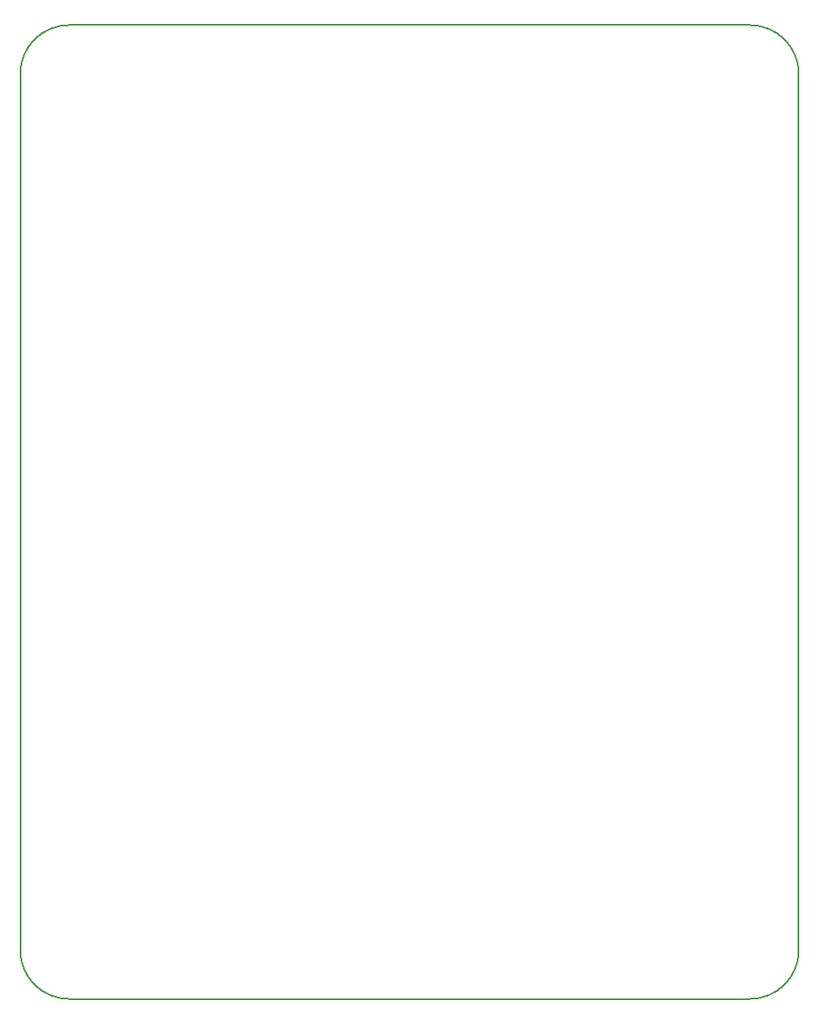
<source format=gm1>
G04 #@! TF.GenerationSoftware,KiCad,Pcbnew,5.1.7-a382d34a8~88~ubuntu18.04.1*
G04 #@! TF.CreationDate,2020-12-12T14:30:32-06:00*
G04 #@! TF.ProjectId,RTDTemp,52544454-656d-4702-9e6b-696361645f70,Rev1.2+*
G04 #@! TF.SameCoordinates,Original*
G04 #@! TF.FileFunction,Profile,NP*
%FSLAX46Y46*%
G04 Gerber Fmt 4.6, Leading zero omitted, Abs format (unit mm)*
G04 Created by KiCad (PCBNEW 5.1.7-a382d34a8~88~ubuntu18.04.1) date 2020-12-12 14:30:32*
%MOMM*%
%LPD*%
G01*
G04 APERTURE LIST*
G04 #@! TA.AperFunction,Profile*
%ADD10C,0.150000*%
G04 #@! TD*
G04 APERTURE END LIST*
D10*
X100000000Y-115000000D02*
G75*
G02*
X95000000Y-120000000I-5000000J0D01*
G01*
X25000000Y-120000000D02*
G75*
G02*
X20000000Y-115000000I0J5000000D01*
G01*
X95000000Y-20000000D02*
G75*
G02*
X100000000Y-25000000I0J-5000000D01*
G01*
X20000000Y-25000000D02*
G75*
G02*
X25000000Y-20000000I5000000J0D01*
G01*
X100000000Y-25000000D02*
X100000000Y-115000000D01*
X25000000Y-20000000D02*
X95000000Y-20000000D01*
X25000000Y-120000000D02*
X95000000Y-120000000D01*
X20000000Y-25000000D02*
X20000000Y-115000000D01*
M02*

</source>
